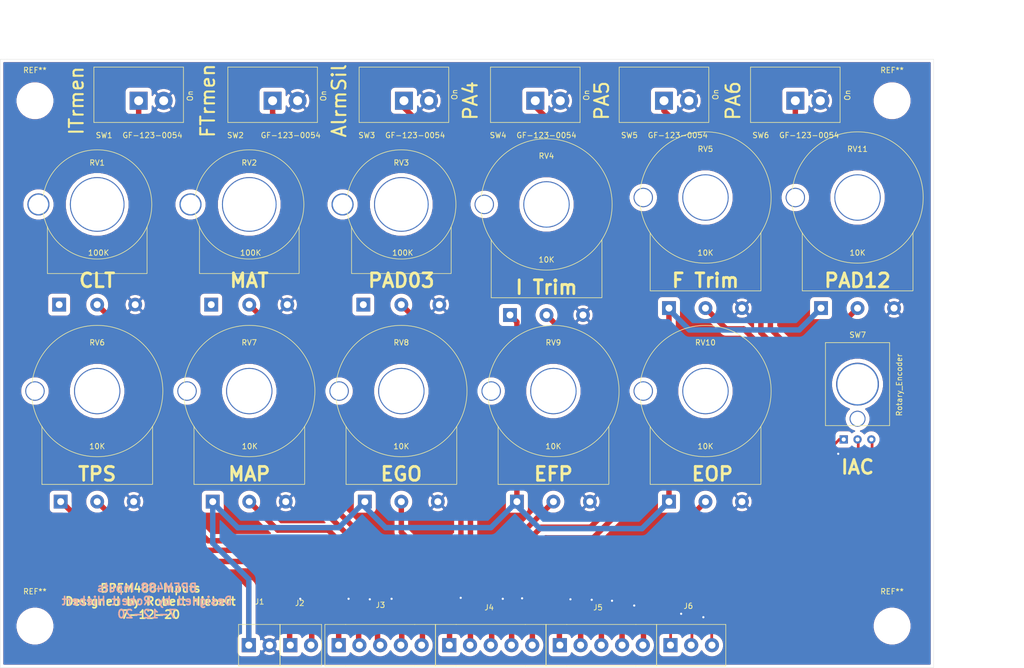
<source format=kicad_pcb>
(kicad_pcb (version 20171130) (host pcbnew "(5.1.6)-1")
  (layers (0 F.Cu signal) (31 B.Cu signal) (34 B.Paste user) (35 F.Paste user) (36 B.SilkS user) (37 F.SilkS user) (38 B.Mask user) (39 F.Mask user) (44 Edge.Cuts user))
  (net 0 "")
  (net 1 GND)
  (net 2 VDD)
  (net 3 "Net-(J2-Pad1)")
  (net 4 "Net-(J2-Pad2)")
  (net 5 "Net-(J3-Pad3)")
  (net 6 "Net-(J3-Pad2)")
  (net 7 "Net-(J3-Pad4)")
  (net 8 "Net-(J3-Pad5)")
  (net 9 "Net-(J3-Pad1)")
  (net 10 "Net-(J4-Pad1)")
  (net 11 "Net-(J4-Pad5)")
  (net 12 "Net-(J4-Pad4)")
  (net 13 "Net-(J4-Pad2)")
  (net 14 "Net-(J4-Pad3)")
  (net 15 "Net-(J5-Pad3)")
  (net 16 "Net-(J5-Pad2)")
  (net 17 "Net-(J5-Pad4)")
  (net 18 "Net-(J5-Pad5)")
  (net 19 "Net-(J5-Pad1)")
  (net 20 "Net-(RV1-Pad1)")
  (net 21 "Net-(RV2-Pad1)")
  (net 22 "Net-(RV3-Pad1)")
  (net 23 /C)
  (net 24 /A)
  (net 25 /B)
  (module "BPEM488 Inputs:Rotary Encoder" (layer F.Cu) (at 201.93 97.79)
    (fp_text reference SW7 (at 0.02794 -9.05002) (layer F.SilkS))
    (fp_text value Rotary_Encoder (at 7.67 0.14 90) (layer F.SilkS))
    (fp_line (start -5.8928 -7.62) (end -5.8928 7.62) (layer F.SilkS) (width 0.12))
    (fp_line (start -5.8928 7.62) (end 5.8928 7.62) (layer F.SilkS) (width 0.12))
    (fp_line (start 5.8928 -7.62) (end 5.8928 7.62) (layer F.SilkS) (width 0.12))
    (fp_line (start -5.8928 -7.62) (end 5.8928 -7.62) (layer F.SilkS) (width 0.12))
    (pad B thru_hole circle (at 2.54 10.16) (size 1.524 1.524) (drill 0.762) (layers *.Cu *.Mask) (net 25 /B))
    (pad A thru_hole rect (at -2.54 10.16) (size 1.524 1.524) (drill 0.762) (layers *.Cu *.Mask) (net 24 /A))
    (pad C thru_hole circle (at 0 10.16) (size 1.524 1.524) (drill 0.762) (layers *.Cu *.Mask) (net 23 /C))
    (pad "" thru_hole circle (at 0 6.35) (size 2.921 2.921) (drill 2.54) (layers *.Cu *.Mask))
    (pad "" thru_hole circle (at 0 0) (size 7.874 7.874) (drill 7.366) (layers *.Cu *.Mask))
  )
  (module MountingHole:MountingHole_5.3mm_M5_DIN965 (layer F.Cu) (at 50.8 142.24)
    (fp_text reference REF** (at 0 -6.35) (layer F.SilkS))
    (fp_text value MountingHole_5.3mm_M5_DIN965 hide)
    (pad "" np_thru_hole circle (at 0 0) (size 5.3 5.3) (drill 5.3) (layers *.Cu))
  )
  (module MountingHole:MountingHole_5.3mm_M5_DIN965 (layer F.Cu) (at 208.28 142.24)
    (fp_text reference REF** (at 0 -6.35) (layer F.SilkS))
    (fp_text value MountingHole_5.3mm_M5_DIN965 hide)
    (pad "" np_thru_hole circle (at 0 0) (size 5.3 5.3) (drill 5.3) (layers *.Cu))
  )
  (module MountingHole:MountingHole_5.3mm_M5_DIN965 (layer F.Cu) (at 50.8 45.72)
    (fp_text reference REF** (at 0 -5.6) (layer F.SilkS))
    (fp_text value MountingHole_5.3mm_M5_DIN965 hide)
    (pad "" np_thru_hole circle (at 0 0) (size 5.3 5.3) (drill 5.3) (layers *.Cu))
  )
  (module MountingHole:MountingHole_5.3mm_M5_DIN965 (layer F.Cu) (at 208.28 45.72)
    (fp_text reference REF** (at 0 -5.6) (layer F.SilkS))
    (fp_text value MountingHole_5.3mm_M5_DIN965 hide)
    (pad "" np_thru_hole circle (at 0 0) (size 5.3 5.3) (drill 5.3) (layers *.Cu))
  )
  (module "BPEM488 Inputs:PDB241-E420K-103B0" (layer F.Cu) (at 144.78 64.77)
    (fp_text reference RV4 (at -0.00762 -8.90016) (layer F.SilkS))
    (fp_text value 10K (at 0 10.16) (layer F.SilkS))
    (fp_line (start -10.15238 17.13738) (end -10.15238 6.477) (layer F.SilkS) (width 0.12))
    (fp_line (start 10.1854 17.11706) (end 10.1854 6.477) (layer F.SilkS) (width 0.12))
    (fp_line (start -10.16 17.145) (end 10.16 17.145) (layer F.SilkS) (width 0.12))
    (fp_circle (center 0 0) (end 12.065 0) (layer F.SilkS) (width 0.12))
    (pad "" thru_hole circle (at 0 0) (size 8.509 8.509) (drill 8.128) (layers *.Cu *.Mask))
    (pad "" thru_hole circle (at -11.43 0) (size 3.556 3.556) (drill 3.175) (layers *.Cu *.Mask))
    (pad 1 thru_hole rect (at -6.7056 20.32) (size 2.54 2.54) (drill 1.27) (layers *.Cu *.Mask) (net 2 VDD))
    (pad 2 thru_hole circle (at 0 20.32) (size 2.54 2.54) (drill 1.27) (layers *.Cu *.Mask) (net 12 "Net-(J4-Pad4)"))
    (pad 3 thru_hole circle (at 6.7056 20.32) (size 2.54 2.54) (drill 1.27) (layers *.Cu *.Mask) (net 1 GND))
  )
  (module "BPEM488 Inputs:EBWA-02-B" (layer F.Cu) (at 91.995 145.75)
    (fp_text reference J1 (at 0.075 -7.99) (layer F.SilkS))
    (fp_text value EBWA-02-B)
    (fp_line (start -3.7846 3.81) (end -3.7846 -3.81) (layer F.SilkS) (width 0.12))
    (fp_line (start 3.8354 3.81) (end -3.7846 3.81) (layer F.SilkS) (width 0.12))
    (fp_line (start 3.8354 -3.81) (end 3.8354 3.81) (layer F.SilkS) (width 0.12))
    (fp_line (start -3.7846 -3.81) (end 3.8354 -3.81) (layer F.SilkS) (width 0.12))
    (pad 2 thru_hole circle (at 1.905 0) (size 2.6 2.6) (drill 1.3) (layers *.Cu *.Mask) (net 1 GND))
    (pad 1 thru_hole rect (at -1.905 0) (size 2.6 2.6) (drill 1.3) (layers *.Cu *.Mask) (net 2 VDD))
  )
  (module "BPEM488 Inputs:EBWA-02-B" (layer F.Cu) (at 99.615 145.75)
    (fp_text reference J2 (at -0.175 -7.72) (layer F.SilkS))
    (fp_text value EBWA-02-B)
    (fp_line (start -3.7846 -3.81) (end 3.8354 -3.81) (layer F.SilkS) (width 0.12))
    (fp_line (start 3.8354 -3.81) (end 3.8354 3.81) (layer F.SilkS) (width 0.12))
    (fp_line (start 3.8354 3.81) (end -3.7846 3.81) (layer F.SilkS) (width 0.12))
    (fp_line (start -3.7846 3.81) (end -3.7846 -3.81) (layer F.SilkS) (width 0.12))
    (pad 1 thru_hole rect (at -1.905 0) (size 2.6 2.6) (drill 1.3) (layers *.Cu *.Mask) (net 3 "Net-(J2-Pad1)"))
    (pad 2 thru_hole circle (at 1.905 0) (size 2.6 2.6) (drill 1.3) (layers *.Cu *.Mask) (net 4 "Net-(J2-Pad2)"))
  )
  (module "BPEM488 Inputs:EBWA-05-B" (layer F.Cu) (at 114.22 145.75)
    (fp_text reference J3 (at 0.05 -7.37) (layer F.SilkS))
    (fp_text value EBWA-05-B)
    (fp_line (start -10.16 3.81) (end -6.35 3.81) (layer F.SilkS) (width 0.12))
    (fp_line (start -10.16 -3.81) (end -10.16 3.81) (layer F.SilkS) (width 0.12))
    (fp_line (start -6.35 -3.81) (end -10.16 -3.81) (layer F.SilkS) (width 0.12))
    (fp_line (start 10.16 3.81) (end 6.35 3.81) (layer F.SilkS) (width 0.12))
    (fp_line (start 10.16 -3.81) (end 10.16 3.81) (layer F.SilkS) (width 0.12))
    (fp_line (start 6.35 -3.81) (end 10.16 -3.81) (layer F.SilkS) (width 0.12))
    (fp_line (start 6.35 3.81) (end -6.35 3.81) (layer F.SilkS) (width 0.12))
    (fp_line (start -6.35 -3.81) (end 6.35 -3.81) (layer F.SilkS) (width 0.12))
    (pad 3 thru_hole circle (at 0 0) (size 2.6 2.6) (drill 1.3) (layers *.Cu *.Mask) (net 5 "Net-(J3-Pad3)"))
    (pad 2 thru_hole circle (at -3.81 0) (size 2.6 2.6) (drill 1.3) (layers *.Cu *.Mask) (net 6 "Net-(J3-Pad2)"))
    (pad 4 thru_hole circle (at 3.81 0) (size 2.6 2.6) (drill 1.3) (layers *.Cu *.Mask) (net 7 "Net-(J3-Pad4)"))
    (pad 5 thru_hole circle (at 7.62 0) (size 2.6 2.6) (drill 1.3) (layers *.Cu *.Mask) (net 8 "Net-(J3-Pad5)"))
    (pad 1 thru_hole rect (at -7.62 0) (size 2.6 2.6) (drill 1.3) (layers *.Cu *.Mask) (net 9 "Net-(J3-Pad1)"))
  )
  (module "BPEM488 Inputs:EBWA-05-B" (layer F.Cu) (at 134.54 145.75)
    (fp_text reference J4 (at -0.29 -6.92) (layer F.SilkS))
    (fp_text value EBWA-05-B)
    (fp_line (start -6.35 -3.81) (end 6.35 -3.81) (layer F.SilkS) (width 0.12))
    (fp_line (start 6.35 3.81) (end -6.35 3.81) (layer F.SilkS) (width 0.12))
    (fp_line (start 6.35 -3.81) (end 10.16 -3.81) (layer F.SilkS) (width 0.12))
    (fp_line (start 10.16 -3.81) (end 10.16 3.81) (layer F.SilkS) (width 0.12))
    (fp_line (start 10.16 3.81) (end 6.35 3.81) (layer F.SilkS) (width 0.12))
    (fp_line (start -6.35 -3.81) (end -10.16 -3.81) (layer F.SilkS) (width 0.12))
    (fp_line (start -10.16 -3.81) (end -10.16 3.81) (layer F.SilkS) (width 0.12))
    (fp_line (start -10.16 3.81) (end -6.35 3.81) (layer F.SilkS) (width 0.12))
    (pad 1 thru_hole rect (at -7.62 0) (size 2.6 2.6) (drill 1.3) (layers *.Cu *.Mask) (net 10 "Net-(J4-Pad1)"))
    (pad 5 thru_hole circle (at 7.62 0) (size 2.6 2.6) (drill 1.3) (layers *.Cu *.Mask) (net 11 "Net-(J4-Pad5)"))
    (pad 4 thru_hole circle (at 3.81 0) (size 2.6 2.6) (drill 1.3) (layers *.Cu *.Mask) (net 12 "Net-(J4-Pad4)"))
    (pad 2 thru_hole circle (at -3.81 0) (size 2.6 2.6) (drill 1.3) (layers *.Cu *.Mask) (net 13 "Net-(J4-Pad2)"))
    (pad 3 thru_hole circle (at 0 0) (size 2.6 2.6) (drill 1.3) (layers *.Cu *.Mask) (net 14 "Net-(J4-Pad3)"))
  )
  (module "BPEM488 Inputs:EBWA-05-B" (layer F.Cu) (at 154.86 145.75)
    (fp_text reference J5 (at -0.62 -6.92) (layer F.SilkS))
    (fp_text value EBWA-05-B)
    (fp_line (start -10.16 3.81) (end -6.35 3.81) (layer F.SilkS) (width 0.12))
    (fp_line (start -10.16 -3.81) (end -10.16 3.81) (layer F.SilkS) (width 0.12))
    (fp_line (start -6.35 -3.81) (end -10.16 -3.81) (layer F.SilkS) (width 0.12))
    (fp_line (start 10.16 3.81) (end 6.35 3.81) (layer F.SilkS) (width 0.12))
    (fp_line (start 10.16 -3.81) (end 10.16 3.81) (layer F.SilkS) (width 0.12))
    (fp_line (start 6.35 -3.81) (end 10.16 -3.81) (layer F.SilkS) (width 0.12))
    (fp_line (start 6.35 3.81) (end -6.35 3.81) (layer F.SilkS) (width 0.12))
    (fp_line (start -6.35 -3.81) (end 6.35 -3.81) (layer F.SilkS) (width 0.12))
    (pad 3 thru_hole circle (at 0 0) (size 2.6 2.6) (drill 1.3) (layers *.Cu *.Mask) (net 15 "Net-(J5-Pad3)"))
    (pad 2 thru_hole circle (at -3.81 0) (size 2.6 2.6) (drill 1.3) (layers *.Cu *.Mask) (net 16 "Net-(J5-Pad2)"))
    (pad 4 thru_hole circle (at 3.81 0) (size 2.6 2.6) (drill 1.3) (layers *.Cu *.Mask) (net 17 "Net-(J5-Pad4)"))
    (pad 5 thru_hole circle (at 7.62 0) (size 2.6 2.6) (drill 1.3) (layers *.Cu *.Mask) (net 18 "Net-(J5-Pad5)"))
    (pad 1 thru_hole rect (at -7.62 0) (size 2.6 2.6) (drill 1.3) (layers *.Cu *.Mask) (net 19 "Net-(J5-Pad1)"))
  )
  (module "BPEM488 Inputs:EBWA-03-B" (layer F.Cu) (at 171.37 145.75)
    (fp_text reference J6 (at -0.53 -7.19) (layer F.SilkS))
    (fp_text value EBWA-03-B)
    (fp_line (start -6.35 -3.81) (end 6.35 -3.81) (layer F.SilkS) (width 0.12))
    (fp_line (start 6.35 -3.81) (end 6.35 3.81) (layer F.SilkS) (width 0.12))
    (fp_line (start 6.35 3.81) (end -6.35 3.81) (layer F.SilkS) (width 0.12))
    (fp_line (start -6.35 3.81) (end -6.35 -3.81) (layer F.SilkS) (width 0.12))
    (pad 2 thru_hole circle (at 0 0) (size 2.6 2.6) (drill 1.3) (layers *.Cu *.Mask) (net 23 /C))
    (pad 1 thru_hole rect (at -3.81 0) (size 2.6 2.6) (drill 1.3) (layers *.Cu *.Mask) (net 24 /A))
    (pad 3 thru_hole circle (at 3.81 0) (size 2.6 2.6) (drill 1.3) (layers *.Cu *.Mask) (net 25 /B))
  )
  (module "BPEM488 Inputs:23ESA104mmF50NF" (layer F.Cu) (at 62.23 64.77)
    (fp_text reference RV1 (at -0.00762 -7.65302) (layer F.SilkS))
    (fp_text value 100K (at 0.25654 8.89) (layer F.SilkS))
    (fp_line (start -9.144 12.65174) (end -9.144 4.07416) (layer F.SilkS) (width 0.12))
    (fp_line (start 9.16432 12.65174) (end 9.16432 4.10718) (layer F.SilkS) (width 0.12))
    (fp_line (start -9.144 12.7) (end 9.144 12.7) (layer F.SilkS) (width 0.12))
    (fp_circle (center 0 0) (end 10.033 0) (layer F.SilkS) (width 0.12))
    (pad "" thru_hole circle (at 0 0) (size 10.033 10.033) (drill 9.652) (layers *.Cu *.Mask))
    (pad "" thru_hole circle (at -10.795 0) (size 4.064 4.064) (drill 3.556) (layers *.Cu *.Mask))
    (pad 1 thru_hole rect (at -6.985 18.415) (size 2.54 2.54) (drill 1.27) (layers *.Cu *.Mask) (net 20 "Net-(RV1-Pad1)"))
    (pad 2 thru_hole circle (at 0 18.415) (size 2.54 2.54) (drill 1.27) (layers *.Cu *.Mask) (net 4 "Net-(J2-Pad2)"))
    (pad 3 thru_hole circle (at 6.985 18.415) (size 2.54 2.54) (drill 1.27) (layers *.Cu *.Mask) (net 1 GND))
  )
  (module "BPEM488 Inputs:23ESA104mmF50NF" (layer F.Cu) (at 90.17 64.77)
    (fp_text reference RV2 (at -0.00762 -7.65302) (layer F.SilkS))
    (fp_text value 100K (at 0.25654 8.89) (layer F.SilkS))
    (fp_circle (center 0 0) (end 10.033 0) (layer F.SilkS) (width 0.12))
    (fp_line (start -9.144 12.7) (end 9.144 12.7) (layer F.SilkS) (width 0.12))
    (fp_line (start 9.16432 12.65174) (end 9.16432 4.10718) (layer F.SilkS) (width 0.12))
    (fp_line (start -9.144 12.65174) (end -9.144 4.07416) (layer F.SilkS) (width 0.12))
    (pad 3 thru_hole circle (at 6.985 18.415) (size 2.54 2.54) (drill 1.27) (layers *.Cu *.Mask) (net 1 GND))
    (pad 2 thru_hole circle (at 0 18.415) (size 2.54 2.54) (drill 1.27) (layers *.Cu *.Mask) (net 5 "Net-(J3-Pad3)"))
    (pad 1 thru_hole rect (at -6.985 18.415) (size 2.54 2.54) (drill 1.27) (layers *.Cu *.Mask) (net 21 "Net-(RV2-Pad1)"))
    (pad "" thru_hole circle (at -10.795 0) (size 4.064 4.064) (drill 3.556) (layers *.Cu *.Mask))
    (pad "" thru_hole circle (at 0 0) (size 10.033 10.033) (drill 9.652) (layers *.Cu *.Mask))
  )
  (module "BPEM488 Inputs:23ESA104mmF50NF" (layer F.Cu) (at 118.11 64.77)
    (fp_text reference RV3 (at -0.00762 -7.65302) (layer F.SilkS))
    (fp_text value 100K (at 0.25654 8.89) (layer F.SilkS))
    (fp_line (start -9.144 12.65174) (end -9.144 4.07416) (layer F.SilkS) (width 0.12))
    (fp_line (start 9.16432 12.65174) (end 9.16432 4.10718) (layer F.SilkS) (width 0.12))
    (fp_line (start -9.144 12.7) (end 9.144 12.7) (layer F.SilkS) (width 0.12))
    (fp_circle (center 0 0) (end 10.033 0) (layer F.SilkS) (width 0.12))
    (pad "" thru_hole circle (at 0 0) (size 10.033 10.033) (drill 9.652) (layers *.Cu *.Mask))
    (pad "" thru_hole circle (at -10.795 0) (size 4.064 4.064) (drill 3.556) (layers *.Cu *.Mask))
    (pad 1 thru_hole rect (at -6.985 18.415) (size 2.54 2.54) (drill 1.27) (layers *.Cu *.Mask) (net 22 "Net-(RV3-Pad1)"))
    (pad 2 thru_hole circle (at 0 18.415) (size 2.54 2.54) (drill 1.27) (layers *.Cu *.Mask) (net 10 "Net-(J4-Pad1)"))
    (pad 3 thru_hole circle (at 6.985 18.415) (size 2.54 2.54) (drill 1.27) (layers *.Cu *.Mask) (net 1 GND))
  )
  (module "BPEM488 Inputs:PDB241-E420K-103B0" (layer F.Cu) (at 173.99 63.5)
    (fp_text reference RV5 (at -0.00762 -8.90016) (layer F.SilkS))
    (fp_text value 10K (at 0 10.16) (layer F.SilkS))
    (fp_circle (center 0 0) (end 12.065 0) (layer F.SilkS) (width 0.12))
    (fp_line (start -10.16 17.145) (end 10.16 17.145) (layer F.SilkS) (width 0.12))
    (fp_line (start 10.1854 17.11706) (end 10.1854 6.477) (layer F.SilkS) (width 0.12))
    (fp_line (start -10.15238 17.13738) (end -10.15238 6.477) (layer F.SilkS) (width 0.12))
    (pad 3 thru_hole circle (at 6.7056 20.32) (size 2.54 2.54) (drill 1.27) (layers *.Cu *.Mask) (net 1 GND))
    (pad 2 thru_hole circle (at 0 20.32) (size 2.54 2.54) (drill 1.27) (layers *.Cu *.Mask) (net 16 "Net-(J5-Pad2)"))
    (pad 1 thru_hole rect (at -6.7056 20.32) (size 2.54 2.54) (drill 1.27) (layers *.Cu *.Mask) (net 2 VDD))
    (pad "" thru_hole circle (at -11.43 0) (size 3.556 3.556) (drill 3.175) (layers *.Cu *.Mask))
    (pad "" thru_hole circle (at 0 0) (size 8.509 8.509) (drill 8.128) (layers *.Cu *.Mask))
  )
  (module "BPEM488 Inputs:PDB241-E420K-103B0" (layer F.Cu) (at 62.23 99.06)
    (fp_text reference RV6 (at -0.00762 -8.90016) (layer F.SilkS))
    (fp_text value 10K (at 0 10.16) (layer F.SilkS))
    (fp_line (start -10.15238 17.13738) (end -10.15238 6.477) (layer F.SilkS) (width 0.12))
    (fp_line (start 10.1854 17.11706) (end 10.1854 6.477) (layer F.SilkS) (width 0.12))
    (fp_line (start -10.16 17.145) (end 10.16 17.145) (layer F.SilkS) (width 0.12))
    (fp_circle (center 0 0) (end 12.065 0) (layer F.SilkS) (width 0.12))
    (pad "" thru_hole circle (at 0 0) (size 8.509 8.509) (drill 8.128) (layers *.Cu *.Mask))
    (pad "" thru_hole circle (at -11.43 0) (size 3.556 3.556) (drill 3.175) (layers *.Cu *.Mask))
    (pad 1 thru_hole rect (at -6.7056 20.32) (size 2.54 2.54) (drill 1.27) (layers *.Cu *.Mask) (net 2 VDD))
    (pad 2 thru_hole circle (at 0 20.32) (size 2.54 2.54) (drill 1.27) (layers *.Cu *.Mask) (net 3 "Net-(J2-Pad1)"))
    (pad 3 thru_hole circle (at 6.7056 20.32) (size 2.54 2.54) (drill 1.27) (layers *.Cu *.Mask) (net 1 GND))
  )
  (module "BPEM488 Inputs:PDB241-E420K-103B0" (layer F.Cu) (at 90.17 99.06)
    (fp_text reference RV7 (at -0.00762 -8.90016) (layer F.SilkS))
    (fp_text value 10K (at 0.09398 10.16) (layer F.SilkS))
    (fp_circle (center 0 0) (end 12.065 0) (layer F.SilkS) (width 0.12))
    (fp_line (start -10.16 17.145) (end 10.16 17.145) (layer F.SilkS) (width 0.12))
    (fp_line (start 10.1854 17.11706) (end 10.1854 6.477) (layer F.SilkS) (width 0.12))
    (fp_line (start -10.15238 17.13738) (end -10.15238 6.477) (layer F.SilkS) (width 0.12))
    (pad 3 thru_hole circle (at 6.7056 20.32) (size 2.54 2.54) (drill 1.27) (layers *.Cu *.Mask) (net 1 GND))
    (pad 2 thru_hole circle (at 0 20.32) (size 2.54 2.54) (drill 1.27) (layers *.Cu *.Mask) (net 6 "Net-(J3-Pad2)"))
    (pad 1 thru_hole rect (at -6.7056 20.32) (size 2.54 2.54) (drill 1.27) (layers *.Cu *.Mask) (net 2 VDD))
    (pad "" thru_hole circle (at -11.43 0) (size 3.556 3.556) (drill 3.175) (layers *.Cu *.Mask))
    (pad "" thru_hole circle (at 0 0) (size 8.509 8.509) (drill 8.128) (layers *.Cu *.Mask))
  )
  (module "BPEM488 Inputs:PDB241-E420K-103B0" (layer F.Cu) (at 118.11 99.06)
    (fp_text reference RV8 (at -0.00762 -8.90016) (layer F.SilkS))
    (fp_text value 10K (at 0 10.16) (layer F.SilkS))
    (fp_line (start -10.15238 17.13738) (end -10.15238 6.477) (layer F.SilkS) (width 0.12))
    (fp_line (start 10.1854 17.11706) (end 10.1854 6.477) (layer F.SilkS) (width 0.12))
    (fp_line (start -10.16 17.145) (end 10.16 17.145) (layer F.SilkS) (width 0.12))
    (fp_circle (center 0 0) (end 12.065 0) (layer F.SilkS) (width 0.12))
    (pad "" thru_hole circle (at 0 0) (size 8.509 8.509) (drill 8.128) (layers *.Cu *.Mask))
    (pad "" thru_hole circle (at -11.43 0) (size 3.556 3.556) (drill 3.175) (layers *.Cu *.Mask))
    (pad 1 thru_hole rect (at -6.7056 20.32) (size 2.54 2.54) (drill 1.27) (layers *.Cu *.Mask) (net 2 VDD))
    (pad 2 thru_hole circle (at 0 20.32) (size 2.54 2.54) (drill 1.27) (layers *.Cu *.Mask) (net 8 "Net-(J3-Pad5)"))
    (pad 3 thru_hole circle (at 6.7056 20.32) (size 2.54 2.54) (drill 1.27) (layers *.Cu *.Mask) (net 1 GND))
  )
  (module "BPEM488 Inputs:PDB241-E420K-103B0" (layer F.Cu) (at 146.05 99.06)
    (fp_text reference RV9 (at -0.00762 -8.90016) (layer F.SilkS))
    (fp_text value 10K (at 0 10.16) (layer F.SilkS))
    (fp_circle (center 0 0) (end 12.065 0) (layer F.SilkS) (width 0.12))
    (fp_line (start -10.16 17.145) (end 10.16 17.145) (layer F.SilkS) (width 0.12))
    (fp_line (start 10.1854 17.11706) (end 10.1854 6.477) (layer F.SilkS) (width 0.12))
    (fp_line (start -10.15238 17.13738) (end -10.15238 6.477) (layer F.SilkS) (width 0.12))
    (pad 3 thru_hole circle (at 6.7056 20.32) (size 2.54 2.54) (drill 1.27) (layers *.Cu *.Mask) (net 1 GND))
    (pad 2 thru_hole circle (at 0 20.32) (size 2.54 2.54) (drill 1.27) (layers *.Cu *.Mask) (net 14 "Net-(J4-Pad3)"))
    (pad 1 thru_hole rect (at -6.7056 20.32) (size 2.54 2.54) (drill 1.27) (layers *.Cu *.Mask) (net 2 VDD))
    (pad "" thru_hole circle (at -11.43 0) (size 3.556 3.556) (drill 3.175) (layers *.Cu *.Mask))
    (pad "" thru_hole circle (at 0 0) (size 8.509 8.509) (drill 8.128) (layers *.Cu *.Mask))
  )
  (module "BPEM488 Inputs:PDB241-E420K-103B0" (layer F.Cu) (at 173.99 99.06)
    (fp_text reference RV10 (at -0.00762 -8.90016) (layer F.SilkS))
    (fp_text value 10K (at 0 10.16) (layer F.SilkS))
    (fp_line (start -10.15238 17.13738) (end -10.15238 6.477) (layer F.SilkS) (width 0.12))
    (fp_line (start 10.1854 17.11706) (end 10.1854 6.477) (layer F.SilkS) (width 0.12))
    (fp_line (start -10.16 17.145) (end 10.16 17.145) (layer F.SilkS) (width 0.12))
    (fp_circle (center 0 0) (end 12.065 0) (layer F.SilkS) (width 0.12))
    (pad "" thru_hole circle (at 0 0) (size 8.509 8.509) (drill 8.128) (layers *.Cu *.Mask))
    (pad "" thru_hole circle (at -11.43 0) (size 3.556 3.556) (drill 3.175) (layers *.Cu *.Mask))
    (pad 1 thru_hole rect (at -6.7056 20.32) (size 2.54 2.54) (drill 1.27) (layers *.Cu *.Mask) (net 2 VDD))
    (pad 2 thru_hole circle (at 0 20.32) (size 2.54 2.54) (drill 1.27) (layers *.Cu *.Mask) (net 19 "Net-(J5-Pad1)"))
    (pad 3 thru_hole circle (at 6.7056 20.32) (size 2.54 2.54) (drill 1.27) (layers *.Cu *.Mask) (net 1 GND))
  )
  (module "BPEM488 Inputs:PDB241-E420K-103B0" (layer F.Cu) (at 201.93 63.5)
    (fp_text reference RV11 (at -0.00762 -8.90016) (layer F.SilkS))
    (fp_text value 10K (at 0 10.16) (layer F.SilkS))
    (fp_circle (center 0 0) (end 12.065 0) (layer F.SilkS) (width 0.12))
    (fp_line (start -10.16 17.145) (end 10.16 17.145) (layer F.SilkS) (width 0.12))
    (fp_line (start 10.1854 17.11706) (end 10.1854 6.477) (layer F.SilkS) (width 0.12))
    (fp_line (start -10.15238 17.13738) (end -10.15238 6.477) (layer F.SilkS) (width 0.12))
    (pad 3 thru_hole circle (at 6.7056 20.32) (size 2.54 2.54) (drill 1.27) (layers *.Cu *.Mask) (net 1 GND))
    (pad 2 thru_hole circle (at 0 20.32) (size 2.54 2.54) (drill 1.27) (layers *.Cu *.Mask) (net 18 "Net-(J5-Pad5)"))
    (pad 1 thru_hole rect (at -6.7056 20.32) (size 2.54 2.54) (drill 1.27) (layers *.Cu *.Mask) (net 2 VDD))
    (pad "" thru_hole circle (at -11.43 0) (size 3.556 3.556) (drill 3.175) (layers *.Cu *.Mask))
    (pad "" thru_hole circle (at 0 0) (size 8.509 8.509) (drill 8.128) (layers *.Cu *.Mask))
  )
  (module "BPEM488 Inputs:GF-123-0054" (layer F.Cu) (at 69.85 44.6278 90)
    (fp_text reference SW1 (at -7.4422 -6.35 180) (layer F.SilkS))
    (fp_text value GF-123-0054 (at -7.4422 2.54 180) (layer F.SilkS))
    (fp_line (start -5.08 -8.2296) (end 5.08 -8.2296) (layer F.SilkS) (width 0.12))
    (fp_line (start -5.08 8.2296) (end 5.08 8.2296) (layer F.SilkS) (width 0.12))
    (fp_line (start 5.08 -8.2296) (end 5.08 8.2296) (layer F.SilkS) (width 0.12))
    (fp_line (start -5.08 -8.2296) (end -5.08 8.2296) (layer F.SilkS) (width 0.12))
    (fp_text user On (at -0.2022 9.45 90) (layer F.SilkS))
    (pad 2 thru_hole circle (at -1.0922 4.5974 90) (size 3.302 3.302) (drill 1.651) (layers *.Cu *.Mask) (net 1 GND))
    (pad 1 thru_hole rect (at -1.0922 0 90) (size 3.302 3.302) (drill 1.651) (layers *.Cu *.Mask) (net 9 "Net-(J3-Pad1)"))
  )
  (module "BPEM488 Inputs:GF-123-0054" (layer F.Cu) (at 94.4626 44.6278 90)
    (fp_text reference SW2 (at -7.4422 -6.8326 180) (layer F.SilkS))
    (fp_text value GF-123-0054 (at -7.4422 3.3274 180) (layer F.SilkS))
    (fp_line (start -5.08 -8.2296) (end -5.08 8.2296) (layer F.SilkS) (width 0.12))
    (fp_line (start 5.08 -8.2296) (end 5.08 8.2296) (layer F.SilkS) (width 0.12))
    (fp_line (start -5.08 8.2296) (end 5.08 8.2296) (layer F.SilkS) (width 0.12))
    (fp_line (start -5.08 -8.2296) (end 5.08 -8.2296) (layer F.SilkS) (width 0.12))
    (fp_text user On (at -0.2022 9.3274 90) (layer F.SilkS))
    (pad 1 thru_hole rect (at -1.0922 0 90) (size 3.302 3.302) (drill 1.651) (layers *.Cu *.Mask) (net 7 "Net-(J3-Pad4)"))
    (pad 2 thru_hole circle (at -1.0922 4.5974 90) (size 3.302 3.302) (drill 1.651) (layers *.Cu *.Mask) (net 1 GND))
  )
  (module "BPEM488 Inputs:GF-123-0054" (layer F.Cu) (at 118.5926 44.6278 90)
    (fp_text reference SW3 (at -7.4422 -6.8326 180) (layer F.SilkS))
    (fp_text value GF-123-0054 (at -7.4422 2.0574 180) (layer F.SilkS))
    (fp_line (start -5.08 -8.2296) (end 5.08 -8.2296) (layer F.SilkS) (width 0.12))
    (fp_line (start -5.08 8.2296) (end 5.08 8.2296) (layer F.SilkS) (width 0.12))
    (fp_line (start 5.08 -8.2296) (end 5.08 8.2296) (layer F.SilkS) (width 0.12))
    (fp_line (start -5.08 -8.2296) (end -5.08 8.2296) (layer F.SilkS) (width 0.12))
    (fp_text user On (at 0.0478 9.2974 90) (layer F.SilkS))
    (pad 2 thru_hole circle (at -1.0922 4.5974 90) (size 3.302 3.302) (drill 1.651) (layers *.Cu *.Mask) (net 1 GND))
    (pad 1 thru_hole rect (at -1.0922 0 90) (size 3.302 3.302) (drill 1.651) (layers *.Cu *.Mask) (net 13 "Net-(J4-Pad2)"))
  )
  (module "BPEM488 Inputs:GF-123-0054" (layer F.Cu) (at 142.7226 44.6278 90)
    (fp_text reference SW4 (at -7.4422 -6.8326 180) (layer F.SilkS))
    (fp_text value GF-123-0054 (at -7.4422 2.0574 180) (layer F.SilkS))
    (fp_line (start -5.08 -8.2296) (end -5.08 8.2296) (layer F.SilkS) (width 0.12))
    (fp_line (start 5.08 -8.2296) (end 5.08 8.2296) (layer F.SilkS) (width 0.12))
    (fp_line (start -5.08 8.2296) (end 5.08 8.2296) (layer F.SilkS) (width 0.12))
    (fp_line (start -5.08 -8.2296) (end 5.08 -8.2296) (layer F.SilkS) (width 0.12))
    (fp_text user On (at -0.0722 9.3974 90) (layer F.SilkS))
    (pad 1 thru_hole rect (at -1.0922 0 90) (size 3.302 3.302) (drill 1.651) (layers *.Cu *.Mask) (net 11 "Net-(J4-Pad5)"))
    (pad 2 thru_hole circle (at -1.0922 4.5974 90) (size 3.302 3.302) (drill 1.651) (layers *.Cu *.Mask) (net 1 GND))
  )
  (module "BPEM488 Inputs:GF-123-0054" (layer F.Cu) (at 166.37 44.6278 90)
    (fp_text reference SW5 (at -7.4422 -6.35 180) (layer F.SilkS))
    (fp_text value GF-123-0054 (at -7.4422 2.54 180) (layer F.SilkS))
    (fp_line (start -5.08 -8.2296) (end 5.08 -8.2296) (layer F.SilkS) (width 0.12))
    (fp_line (start -5.08 8.2296) (end 5.08 8.2296) (layer F.SilkS) (width 0.12))
    (fp_line (start 5.08 -8.2296) (end 5.08 8.2296) (layer F.SilkS) (width 0.12))
    (fp_line (start -5.08 -8.2296) (end -5.08 8.2296) (layer F.SilkS) (width 0.12))
    (fp_text user On (at 0.0478 9.48 90) (layer F.SilkS))
    (pad 2 thru_hole circle (at -1.0922 4.5974 90) (size 3.302 3.302) (drill 1.651) (layers *.Cu *.Mask) (net 1 GND))
    (pad 1 thru_hole rect (at -1.0922 0 90) (size 3.302 3.302) (drill 1.651) (layers *.Cu *.Mask) (net 15 "Net-(J5-Pad3)"))
  )
  (module "BPEM488 Inputs:GF-123-0054" (layer F.Cu) (at 190.5 44.6278 90)
    (fp_text reference SW6 (at -7.4422 -6.35 180) (layer F.SilkS))
    (fp_text value GF-123-0054 (at -7.4422 2.54 180) (layer F.SilkS))
    (fp_line (start -5.08 -8.2296) (end -5.08 8.2296) (layer F.SilkS) (width 0.12))
    (fp_line (start 5.08 -8.2296) (end 5.08 8.2296) (layer F.SilkS) (width 0.12))
    (fp_line (start -5.08 8.2296) (end 5.08 8.2296) (layer F.SilkS) (width 0.12))
    (fp_line (start -5.08 -8.2296) (end 5.08 -8.2296) (layer F.SilkS) (width 0.12))
    (fp_text user On (at -0.0722 9.58 90) (layer F.SilkS))
    (pad 1 thru_hole rect (at -1.0922 0 90) (size 3.302 3.302) (drill 1.651) (layers *.Cu *.Mask) (net 17 "Net-(J5-Pad4)"))
    (pad 2 thru_hole circle (at -1.0922 4.5974 90) (size 3.302 3.302) (drill 1.651) (layers *.Cu *.Mask) (net 1 GND))
  )
  (gr_text "BPEM488 Inputs\nDesigned by Robert Hiebert\n7-12-20" (at 71.39 137.61) (layer B.SilkS) (effects (font (size 1.5 1.5) (thickness 0.3)) (justify mirror)))
  (gr_text "BPEM488 Inputs\nDesigned by Robert Hiebert\n7-12-20" (at 72.01 137.7) (layer F.SilkS) (effects (font (size 1.5 1.5) (thickness 0.3))))
  (gr_text IAC (at 201.93 113.03) (layer F.SilkS) (effects (font (size 2.54 2.54) (thickness 0.508))))
  (gr_text PAD12 (at 201.93 78.74) (layer F.SilkS) (effects (font (size 2.54 2.54) (thickness 0.508))))
  (gr_text EOP (at 175.26 114.3) (layer F.SilkS) (effects (font (size 2.54 2.54) (thickness 0.508))))
  (gr_text "F Trim" (at 173.99 78.74) (layer F.SilkS) (effects (font (size 2.54 2.54) (thickness 0.508))))
  (gr_text EFP (at 146.05 114.3) (layer F.SilkS) (effects (font (size 2.54 2.54) (thickness 0.508))))
  (gr_text "I Trim" (at 144.78 80.01) (layer F.SilkS) (effects (font (size 2.54 2.54) (thickness 0.508))))
  (gr_text PAD03 (at 118.11 78.74) (layer F.SilkS) (effects (font (size 2.54 2.54) (thickness 0.508))))
  (gr_text EGO (at 118.11 114.3) (layer F.SilkS) (effects (font (size 2.54 2.54) (thickness 0.508))))
  (gr_text MAP (at 90.17 114.3) (layer F.SilkS) (effects (font (size 2.54 2.54) (thickness 0.508))))
  (gr_text MAT (at 90.17 78.74) (layer F.SilkS) (effects (font (size 2.54 2.54) (thickness 0.508))))
  (gr_text "CLT\n" (at 62.23 78.74) (layer F.SilkS) (effects (font (size 2.54 2.54) (thickness 0.508))))
  (gr_text PA6 (at 179.07 45.72 90) (layer F.SilkS) (effects (font (size 2.54 2.54) (thickness 0.381))))
  (gr_text PA5 (at 154.94 45.72 90) (layer F.SilkS) (effects (font (size 2.54 2.54) (thickness 0.381))))
  (gr_text PA4 (at 130.81 45.72 90) (layer F.SilkS) (effects (font (size 2.54 2.54) (thickness 0.381))))
  (gr_text AlrmSil (at 106.68 45.72 90) (layer F.SilkS) (effects (font (size 2.54 2.54) (thickness 0.381))))
  (gr_text FTrmen (at 82.55 45.72 90) (layer F.SilkS) (effects (font (size 2.54 2.54) (thickness 0.381))))
  (gr_text ITrmen (at 58.42 45.72 90) (layer F.SilkS) (effects (font (size 2.54 2.54) (thickness 0.381))))
  (gr_text "TPS\n" (at 62.23 114.3) (layer F.SilkS) (effects (font (size 2.54 2.54) (thickness 0.508))))
  (gr_line (start 45.72 38.1) (end 44.45 38.1) (layer Edge.Cuts) (width 0.05))
  (gr_line (start 44.45 149.86) (end 44.45 38.1) (layer Edge.Cuts) (width 0.05))
  (gr_line (start 215.9 149.86) (end 44.45 149.86) (layer Edge.Cuts) (width 0.05))
  (gr_line (start 215.9 38.1) (end 215.9 149.86) (layer Edge.Cuts) (width 0.05))
  (gr_line (start 45.72 38.1) (end 215.9 38.1) (layer Edge.Cuts) (width 0.05))
  (via (at 99.54 137.23) (size 0.8) (drill 0.4) (layers F.Cu B.Cu) (net 1))
  (via (at 108.42 137.23) (size 0.8) (drill 0.4) (layers F.Cu B.Cu) (net 1))
  (via (at 112.32 137.32) (size 0.8) (drill 0.4) (layers F.Cu B.Cu) (net 1))
  (via (at 116.32 137.23) (size 0.8) (drill 0.4) (layers F.Cu B.Cu) (net 1))
  (via (at 129.02 137.05) (size 0.8) (drill 0.4) (layers F.Cu B.Cu) (net 1))
  (via (at 136.75 137.23) (size 0.8) (drill 0.4) (layers F.Cu B.Cu) (net 1))
  (via (at 140.3 137.14) (size 0.8) (drill 0.4) (layers F.Cu B.Cu) (net 1))
  (via (at 149.18 137.32) (size 0.8) (drill 0.4) (layers F.Cu B.Cu) (net 1))
  (via (at 153.09 137.41) (size 0.8) (drill 0.4) (layers F.Cu B.Cu) (net 1))
  (via (at 156.82 137.59) (size 0.8) (drill 0.4) (layers F.Cu B.Cu) (net 1))
  (via (at 160.9 138.47) (size 0.8) (drill 0.4) (layers F.Cu B.Cu) (net 1))
  (via (at 169.52 139.98) (size 0.8) (drill 0.4) (layers F.Cu B.Cu) (net 1))
  (via (at 173.6 140.61) (size 0.8) (drill 0.4) (layers F.Cu B.Cu) (net 1))
  (via (at 198.38 110.59) (size 0.8) (drill 0.4) (layers F.Cu B.Cu) (net 1))
  (segment (start 167.2844 83.82) (end 167.2844 119.38) (width 1) (layer F.Cu) (net 2))
  (segment (start 139.3444 86.36) (end 138.0744 85.09) (width 1) (layer F.Cu) (net 2))
  (segment (start 139.3444 119.38) (end 139.3444 86.36) (width 1) (layer F.Cu) (net 2))
  (segment (start 55.5244 119.38) (end 55.66 119.38) (width 1) (layer F.Cu) (net 2))
  (segment (start 55.66 119.38) (end 68.6 132.32) (width 1) (layer F.Cu) (net 2))
  (segment (start 68.6 132.32) (end 87.43 132.32) (width 1) (layer F.Cu) (net 2))
  (segment (start 90.09 134.98) (end 90.09 145.75) (width 1) (layer F.Cu) (net 2))
  (segment (start 87.43 132.32) (end 90.09 134.98) (width 1) (layer F.Cu) (net 2))
  (segment (start 83.4644 119.38) (end 83.4644 127.0144) (width 1) (layer B.Cu) (net 2))
  (segment (start 90.09 133.64) (end 90.09 145.75) (width 1) (layer B.Cu) (net 2))
  (segment (start 83.4644 127.0144) (end 90.09 133.64) (width 1) (layer B.Cu) (net 2))
  (segment (start 83.4644 119.38) (end 83.4644 119.5644) (width 1) (layer B.Cu) (net 2))
  (segment (start 83.4644 119.5644) (end 88.05 124.15) (width 1) (layer B.Cu) (net 2))
  (segment (start 106.6344 124.15) (end 111.4044 119.38) (width 1) (layer B.Cu) (net 2))
  (segment (start 88.05 124.15) (end 106.6344 124.15) (width 1) (layer B.Cu) (net 2))
  (segment (start 111.4044 119.38) (end 111.4044 120.3444) (width 1) (layer B.Cu) (net 2))
  (segment (start 111.4044 120.3444) (end 115.21 124.15) (width 1) (layer B.Cu) (net 2))
  (segment (start 134.5744 124.15) (end 139.3444 119.38) (width 1) (layer B.Cu) (net 2))
  (segment (start 115.21 124.15) (end 134.5744 124.15) (width 1) (layer B.Cu) (net 2))
  (segment (start 139.3444 119.38) (end 139.3444 120.1244) (width 1) (layer B.Cu) (net 2))
  (segment (start 139.3444 120.1244) (end 143.55 124.33) (width 1) (layer B.Cu) (net 2))
  (segment (start 162.3344 124.33) (end 167.2844 119.38) (width 1) (layer B.Cu) (net 2))
  (segment (start 143.55 124.33) (end 162.3344 124.33) (width 1) (layer B.Cu) (net 2))
  (segment (start 167.2844 83.82) (end 167.2844 84.0744) (width 1) (layer B.Cu) (net 2))
  (segment (start 167.2844 84.0744) (end 171.04 87.83) (width 1) (layer B.Cu) (net 2))
  (segment (start 191.2144 87.83) (end 195.2244 83.82) (width 1) (layer B.Cu) (net 2))
  (segment (start 171.04 87.83) (end 191.2144 87.83) (width 1) (layer B.Cu) (net 2))
  (segment (start 97.59 145.63) (end 97.71 145.75) (width 1) (layer F.Cu) (net 3))
  (segment (start 97.59 133.67) (end 97.59 145.63) (width 1) (layer F.Cu) (net 3))
  (segment (start 62.23 119.38) (end 73.22 130.37) (width 1) (layer F.Cu) (net 3))
  (segment (start 94.29 130.37) (end 97.59 133.67) (width 1) (layer F.Cu) (net 3))
  (segment (start 73.22 130.37) (end 94.29 130.37) (width 1) (layer F.Cu) (net 3))
  (segment (start 101.65 145.62) (end 101.52 145.75) (width 1) (layer F.Cu) (net 4))
  (segment (start 65.74 86.6) (end 67.27 88.13) (width 1) (layer F.Cu) (net 4))
  (segment (start 101.65 132.28) (end 101.65 145.62) (width 1) (layer F.Cu) (net 4))
  (segment (start 67.27 88.13) (end 71.84 88.13) (width 1) (layer F.Cu) (net 4))
  (segment (start 62.23 83.185) (end 65.645 86.6) (width 1) (layer F.Cu) (net 4))
  (segment (start 75.78999 122.214877) (end 81.895123 128.32001) (width 1) (layer F.Cu) (net 4))
  (segment (start 71.84 88.13) (end 73.25999 89.54999) (width 1) (layer F.Cu) (net 4))
  (segment (start 81.895123 128.32001) (end 97.69001 128.32001) (width 1) (layer F.Cu) (net 4))
  (segment (start 73.25999 89.54999) (end 73.25999 103.994877) (width 1) (layer F.Cu) (net 4))
  (segment (start 65.645 86.6) (end 65.74 86.6) (width 1) (layer F.Cu) (net 4))
  (segment (start 73.25999 103.994877) (end 75.78999 106.524877) (width 1) (layer F.Cu) (net 4))
  (segment (start 75.78999 106.524877) (end 75.78999 122.214877) (width 1) (layer F.Cu) (net 4))
  (segment (start 97.69001 128.32001) (end 101.65 132.28) (width 1) (layer F.Cu) (net 4))
  (segment (start 113.73998 145.26998) (end 114.22 145.75) (width 1) (layer F.Cu) (net 5))
  (segment (start 113.73998 130.88) (end 113.73998 145.26998) (width 1) (layer F.Cu) (net 5))
  (segment (start 108.405123 125.63001) (end 108.48999 125.63001) (width 1) (layer F.Cu) (net 5))
  (segment (start 108.48999 125.63001) (end 113.73998 130.88) (width 1) (layer F.Cu) (net 5))
  (segment (start 103.19999 120.424877) (end 108.405123 125.63001) (width 1) (layer F.Cu) (net 5))
  (segment (start 103.19999 104.594876) (end 103.19999 120.424877) (width 1) (layer F.Cu) (net 5))
  (segment (start 100.90999 102.304876) (end 103.19999 104.594876) (width 1) (layer F.Cu) (net 5))
  (segment (start 90.17 83.185) (end 94.035 87.05) (width 1) (layer F.Cu) (net 5))
  (segment (start 99.23 87.05) (end 100.90999 88.72999) (width 1) (layer F.Cu) (net 5))
  (segment (start 94.035 87.05) (end 99.23 87.05) (width 1) (layer F.Cu) (net 5))
  (segment (start 100.90999 88.72999) (end 100.90999 102.304876) (width 1) (layer F.Cu) (net 5))
  (segment (start 110.27 145.61) (end 110.41 145.75) (width 1) (layer F.Cu) (net 6))
  (segment (start 104.69 124.61) (end 110.27 130.19) (width 1) (layer F.Cu) (net 6))
  (segment (start 90.17 119.38) (end 95.4 124.61) (width 1) (layer F.Cu) (net 6))
  (segment (start 110.27 130.19) (end 110.27 145.61) (width 1) (layer F.Cu) (net 6))
  (segment (start 95.4 124.61) (end 104.69 124.61) (width 1) (layer F.Cu) (net 6))
  (segment (start 118.19 145.59) (end 118.03 145.75) (width 1) (layer F.Cu) (net 7))
  (segment (start 102.66 101.58) (end 104.95 103.87) (width 1) (layer F.Cu) (net 7))
  (segment (start 102.66 56.41) (end 102.66 101.58) (width 1) (layer F.Cu) (net 7))
  (segment (start 94.4626 45.72) (end 94.4626 48.2126) (width 1) (layer F.Cu) (net 7))
  (segment (start 104.95 103.87) (end 104.95 119.7) (width 1) (layer F.Cu) (net 7))
  (segment (start 94.4626 48.2126) (end 102.66 56.41) (width 1) (layer F.Cu) (net 7))
  (segment (start 104.95 119.7) (end 109.13 123.88) (width 1) (layer F.Cu) (net 7))
  (segment (start 109.13 123.88) (end 109.214867 123.88) (width 1) (layer F.Cu) (net 7))
  (segment (start 109.214867 123.88) (end 117.224867 131.89) (width 1) (layer F.Cu) (net 7))
  (segment (start 117.224867 131.89) (end 117.32 131.89) (width 1) (layer F.Cu) (net 7))
  (segment (start 117.32 131.89) (end 118.19 132.76) (width 1) (layer F.Cu) (net 7))
  (segment (start 118.19 132.76) (end 118.19 145.59) (width 1) (layer F.Cu) (net 7))
  (segment (start 121.99 145.6) (end 121.84 145.75) (width 1) (layer F.Cu) (net 8))
  (segment (start 121.99 128.85) (end 121.99 145.6) (width 1) (layer F.Cu) (net 8))
  (segment (start 118.11 119.38) (end 118.11 124.97) (width 1) (layer F.Cu) (net 8))
  (segment (start 118.11 124.97) (end 121.99 128.85) (width 1) (layer F.Cu) (net 8))
  (segment (start 69.85 45.72) (end 69.85 49.64) (width 1) (layer F.Cu) (net 9))
  (segment (start 69.85 49.64) (end 75.01 54.8) (width 1) (layer F.Cu) (net 9))
  (segment (start 75.01 54.8) (end 75.01 103.27) (width 1) (layer F.Cu) (net 9))
  (segment (start 75.01 103.27) (end 77.54 105.8) (width 1) (layer F.Cu) (net 9))
  (segment (start 77.54 105.8) (end 77.54 121.49) (width 1) (layer F.Cu) (net 9))
  (segment (start 77.54 121.49) (end 82.62 126.57) (width 1) (layer F.Cu) (net 9))
  (segment (start 82.62 126.57) (end 102.03 126.57) (width 1) (layer F.Cu) (net 9))
  (segment (start 102.03 126.57) (end 106.6 131.14) (width 1) (layer F.Cu) (net 9))
  (segment (start 106.6 131.14) (end 106.6 134.94) (width 1) (layer F.Cu) (net 9))
  (segment (start 106.6 134.94) (end 106.6 145.75) (width 1) (layer F.Cu) (net 9))
  (segment (start 122.46 87.535) (end 122.46 87.71) (width 1) (layer F.Cu) (net 10))
  (segment (start 129.05999 125.60001) (end 126.97 127.69) (width 1) (layer F.Cu) (net 10))
  (segment (start 118.11 83.185) (end 122.46 87.535) (width 1) (layer F.Cu) (net 10))
  (segment (start 126.97 127.69) (end 126.97 145.7) (width 1) (layer F.Cu) (net 10))
  (segment (start 122.46 87.71) (end 125.63 87.71) (width 1) (layer F.Cu) (net 10))
  (segment (start 126.97 145.7) (end 126.92 145.75) (width 1) (layer F.Cu) (net 10))
  (segment (start 125.63 87.71) (end 129.05999 91.13999) (width 1) (layer F.Cu) (net 10))
  (segment (start 129.05999 91.13999) (end 129.05999 125.60001) (width 1) (layer F.Cu) (net 10))
  (segment (start 142.19 128.5) (end 142.19 145.72) (width 1) (layer F.Cu) (net 11))
  (segment (start 144.66 126.03) (end 142.19 128.5) (width 1) (layer F.Cu) (net 11))
  (segment (start 142.7226 46.7826) (end 158.3 62.36) (width 1) (layer F.Cu) (net 11))
  (segment (start 158.3 62.36) (end 158.3 121.104886) (width 1) (layer F.Cu) (net 11))
  (segment (start 142.19 145.72) (end 142.16 145.75) (width 1) (layer F.Cu) (net 11))
  (segment (start 153.374886 126.03) (end 144.66 126.03) (width 1) (layer F.Cu) (net 11))
  (segment (start 142.7226 45.72) (end 142.7226 46.7826) (width 1) (layer F.Cu) (net 11))
  (segment (start 158.3 121.104886) (end 153.374886 126.03) (width 1) (layer F.Cu) (net 11))
  (segment (start 138.38 129.524886) (end 138.38 145.72) (width 1) (layer F.Cu) (net 12))
  (segment (start 143.824886 124.08) (end 138.38 129.524886) (width 1) (layer F.Cu) (net 12))
  (segment (start 152.85 124.08) (end 143.824886 124.08) (width 1) (layer F.Cu) (net 12))
  (segment (start 144.78 85.09) (end 148.12 88.43) (width 1) (layer F.Cu) (net 12))
  (segment (start 156.53 120.4) (end 152.85 124.08) (width 1) (layer F.Cu) (net 12))
  (segment (start 148.12 88.43) (end 152.6 88.43) (width 1) (layer F.Cu) (net 12))
  (segment (start 152.6 88.43) (end 156.53 92.36) (width 1) (layer F.Cu) (net 12))
  (segment (start 138.38 145.72) (end 138.35 145.75) (width 1) (layer F.Cu) (net 12))
  (segment (start 156.53 92.36) (end 156.53 120.4) (width 1) (layer F.Cu) (net 12))
  (segment (start 130.81 145.67) (end 130.73 145.75) (width 1) (layer F.Cu) (net 13))
  (segment (start 118.5926 46.9726) (end 129.18 57.56) (width 1) (layer F.Cu) (net 13))
  (segment (start 130.81 71.82) (end 130.81 145.67) (width 1) (layer F.Cu) (net 13))
  (segment (start 118.5926 45.72) (end 118.5926 46.9726) (width 1) (layer F.Cu) (net 13))
  (segment (start 129.18 57.56) (end 129.18 70.19) (width 1) (layer F.Cu) (net 13))
  (segment (start 129.18 70.19) (end 130.81 71.82) (width 1) (layer F.Cu) (net 13))
  (segment (start 134.71 145.58) (end 134.54 145.75) (width 1) (layer F.Cu) (net 14))
  (segment (start 146.05 119.38) (end 134.71 130.72) (width 1) (layer F.Cu) (net 14))
  (segment (start 134.71 130.72) (end 134.71 145.58) (width 1) (layer F.Cu) (net 14))
  (segment (start 154.87 145.74) (end 154.86 145.75) (width 1) (layer F.Cu) (net 15))
  (segment (start 154.87 134.28) (end 154.87 145.74) (width 1) (layer F.Cu) (net 15))
  (segment (start 171.36 52.55) (end 178.85 52.55) (width 1) (layer F.Cu) (net 15))
  (segment (start 166.37 45.72) (end 166.37 47.56) (width 1) (layer F.Cu) (net 15))
  (segment (start 184.17 88.335114) (end 187.45001 91.615123) (width 1) (layer F.Cu) (net 15))
  (segment (start 187.45001 91.615123) (end 187.45001 123.374877) (width 1) (layer F.Cu) (net 15))
  (segment (start 166.37 47.56) (end 171.36 52.55) (width 1) (layer F.Cu) (net 15))
  (segment (start 157.77998 131.37002) (end 154.87 134.28) (width 1) (layer F.Cu) (net 15))
  (segment (start 178.85 52.55) (end 184.17 57.87) (width 1) (layer F.Cu) (net 15))
  (segment (start 187.45001 123.374877) (end 185.704886 125.12) (width 1) (layer F.Cu) (net 15))
  (segment (start 185.704886 125.12) (end 179.454867 131.37002) (width 1) (layer F.Cu) (net 15))
  (segment (start 184.17 57.87) (end 184.17 88.335114) (width 1) (layer F.Cu) (net 15))
  (segment (start 179.454867 131.37002) (end 157.77998 131.37002) (width 1) (layer F.Cu) (net 15))
  (segment (start 151.06 145.74) (end 151.05 145.75) (width 1) (layer F.Cu) (net 16))
  (segment (start 154.24999 129.62001) (end 151.06 132.81) (width 1) (layer F.Cu) (net 16))
  (segment (start 178.72999 129.62001) (end 154.24999 129.62001) (width 1) (layer F.Cu) (net 16))
  (segment (start 173.99 83.82) (end 177.81 87.64) (width 1) (layer F.Cu) (net 16))
  (segment (start 177.81 87.64) (end 181 87.64) (width 1) (layer F.Cu) (net 16))
  (segment (start 181 87.64) (end 185.7 92.34) (width 1) (layer F.Cu) (net 16))
  (segment (start 151.06 132.81) (end 151.06 145.74) (width 1) (layer F.Cu) (net 16))
  (segment (start 185.7 92.34) (end 185.7 122.65) (width 1) (layer F.Cu) (net 16))
  (segment (start 185.7 122.65) (end 178.72999 129.62001) (width 1) (layer F.Cu) (net 16))
  (segment (start 190.5 45.72) (end 190.5 48.96) (width 1) (layer F.Cu) (net 17))
  (segment (start 190.5 48.96) (end 185.92001 53.53999) (width 1) (layer F.Cu) (net 17))
  (segment (start 185.92001 87.610236) (end 189.20002 90.890246) (width 1) (layer F.Cu) (net 17))
  (segment (start 185.92001 53.53999) (end 185.92001 87.610236) (width 1) (layer F.Cu) (net 17))
  (segment (start 189.20002 124.099754) (end 180.179744 133.12003) (width 1) (layer F.Cu) (net 17))
  (segment (start 189.20002 90.890246) (end 189.20002 124.099754) (width 1) (layer F.Cu) (net 17))
  (segment (start 180.179744 133.12003) (end 161.56997 133.12003) (width 1) (layer F.Cu) (net 17))
  (segment (start 161.56997 133.12003) (end 158.67 136.02) (width 1) (layer F.Cu) (net 17))
  (segment (start 158.67 136.02) (end 158.67 138.81) (width 1) (layer F.Cu) (net 17))
  (segment (start 158.67 138.81) (end 158.67 145.75) (width 1) (layer F.Cu) (net 17))
  (segment (start 180.904621 134.87004) (end 165.64996 134.87004) (width 1) (layer F.Cu) (net 18))
  (segment (start 165.64996 134.87004) (end 162.6 137.92) (width 1) (layer F.Cu) (net 18))
  (segment (start 195.09 88.31) (end 190.95003 92.44997) (width 1) (layer F.Cu) (net 18))
  (segment (start 201.93 83.82) (end 197.44 88.31) (width 1) (layer F.Cu) (net 18))
  (segment (start 162.6 145.63) (end 162.48 145.75) (width 1) (layer F.Cu) (net 18))
  (segment (start 190.95003 92.44997) (end 190.95003 124.824631) (width 1) (layer F.Cu) (net 18))
  (segment (start 162.6 137.92) (end 162.6 145.63) (width 1) (layer F.Cu) (net 18))
  (segment (start 197.44 88.31) (end 195.09 88.31) (width 1) (layer F.Cu) (net 18))
  (segment (start 190.95003 124.824631) (end 180.904621 134.87004) (width 1) (layer F.Cu) (net 18))
  (segment (start 147.15 145.66) (end 147.24 145.75) (width 1) (layer F.Cu) (net 19))
  (segment (start 147.15 130.63) (end 147.15 145.66) (width 1) (layer F.Cu) (net 19))
  (segment (start 149.91 127.87) (end 147.15 130.63) (width 1) (layer F.Cu) (net 19))
  (segment (start 173.99 119.38) (end 165.5 127.87) (width 1) (layer F.Cu) (net 19))
  (segment (start 165.5 127.87) (end 149.91 127.87) (width 1) (layer F.Cu) (net 19))
  (segment (start 171.5 139.25) (end 171.5 145.62) (width 0.5) (layer F.Cu) (net 23))
  (segment (start 193.79001 126.00999) (end 182.17994 137.62006) (width 0.5) (layer F.Cu) (net 23))
  (segment (start 182.17994 137.62006) (end 173.12994 137.62006) (width 0.5) (layer F.Cu) (net 23))
  (segment (start 196.43782 111.81) (end 193.79001 114.45781) (width 0.5) (layer F.Cu) (net 23))
  (segment (start 202.06 110.55) (end 200.8 111.81) (width 0.5) (layer F.Cu) (net 23))
  (segment (start 173.12994 137.62006) (end 171.5 139.25) (width 0.5) (layer F.Cu) (net 23))
  (segment (start 200.8 111.81) (end 196.43782 111.81) (width 0.5) (layer F.Cu) (net 23))
  (segment (start 171.5 145.62) (end 171.37 145.75) (width 0.5) (layer F.Cu) (net 23))
  (segment (start 193.79001 114.45781) (end 193.79001 126.00999) (width 0.5) (layer F.Cu) (net 23))
  (segment (start 202.06 108.08) (end 201.93 107.95) (width 0.5) (layer F.Cu) (net 23))
  (segment (start 202.06 110.55) (end 202.06 108.08) (width 0.5) (layer F.Cu) (net 23))
  (segment (start 167.59 139.07) (end 167.59 145.72) (width 0.5) (layer F.Cu) (net 24))
  (segment (start 170.28995 136.37005) (end 167.59 139.07) (width 0.5) (layer F.Cu) (net 24))
  (segment (start 197.60004 108.88) (end 192.54 113.94004) (width 0.5) (layer F.Cu) (net 24))
  (segment (start 167.59 145.72) (end 167.56 145.75) (width 0.5) (layer F.Cu) (net 24))
  (segment (start 192.54 113.94004) (end 192.54 125.355995) (width 0.5) (layer F.Cu) (net 24))
  (segment (start 192.54 125.355995) (end 181.525945 136.37005) (width 0.5) (layer F.Cu) (net 24))
  (segment (start 181.525945 136.37005) (end 170.28995 136.37005) (width 0.5) (layer F.Cu) (net 24))
  (segment (start 197.60004 108.88) (end 197.66 108.88) (width 0.5) (layer F.Cu) (net 24))
  (segment (start 198.59 107.95) (end 199.39 107.95) (width 0.5) (layer F.Cu) (net 24))
  (segment (start 197.66 108.88) (end 198.59 107.95) (width 0.5) (layer F.Cu) (net 24))
  (segment (start 175.14 141.21) (end 175.14 145.71) (width 0.5) (layer F.Cu) (net 25))
  (segment (start 182.407781 139.16) (end 177.19 139.16) (width 0.5) (layer F.Cu) (net 25))
  (segment (start 195.04002 126.527761) (end 182.407781 139.16) (width 0.5) (layer F.Cu) (net 25))
  (segment (start 204.6 110.94) (end 202.47999 113.06001) (width 0.5) (layer F.Cu) (net 25))
  (segment (start 196.96999 113.06001) (end 195.04002 114.98998) (width 0.5) (layer F.Cu) (net 25))
  (segment (start 177.19 139.16) (end 175.14 141.21) (width 0.5) (layer F.Cu) (net 25))
  (segment (start 202.47999 113.06001) (end 196.96999 113.06001) (width 0.5) (layer F.Cu) (net 25))
  (segment (start 175.14 145.71) (end 175.18 145.75) (width 0.5) (layer F.Cu) (net 25))
  (segment (start 195.04002 114.98998) (end 195.04002 126.527761) (width 0.5) (layer F.Cu) (net 25))
  (segment (start 204.6 108.08) (end 204.47 107.95) (width 0.5) (layer F.Cu) (net 25))
  (segment (start 204.6 110.94) (end 204.6 108.08) (width 0.5) (layer F.Cu) (net 25))
  (zone (net 1) (net_name GND) (layer F.Cu) (connect_pads (clearance 0.508)) (min_thickness 0.254) (fill yes (arc_segments 32) (thermal_gap 0.508) (thermal_bridge_width 0.508))
    (polygon (pts (xy 215.9 149.86) (xy 44.45 149.86) (xy 44.45 38.1) (xy 215.9 38.1)))
  )
  (zone (net 1) (net_name GND) (layer B.Cu) (connect_pads (clearance 0.508)) (min_thickness 0.254) (fill yes (arc_segments 32) (thermal_gap 0.508) (thermal_bridge_width 0.508))
    (polygon (pts (xy 215.9 149.86) (xy 44.45 149.86) (xy 44.45 38.1) (xy 215.9 38.1)))
  )
)
</source>
